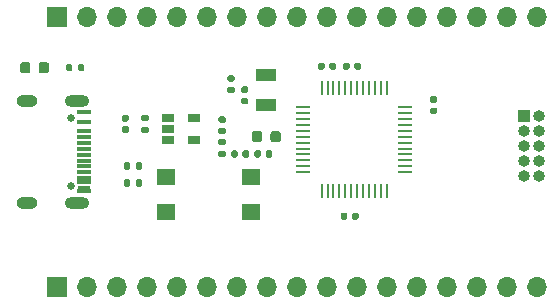
<source format=gts>
%TF.GenerationSoftware,KiCad,Pcbnew,5.1.9+dfsg1-1*%
%TF.CreationDate,2022-01-14T18:57:29-05:00*%
%TF.ProjectId,samd21g17d,73616d64-3231-4673-9137-642e6b696361,rev?*%
%TF.SameCoordinates,Original*%
%TF.FileFunction,Soldermask,Top*%
%TF.FilePolarity,Negative*%
%FSLAX46Y46*%
G04 Gerber Fmt 4.6, Leading zero omitted, Abs format (unit mm)*
G04 Created by KiCad (PCBNEW 5.1.9+dfsg1-1) date 2022-01-14 18:57:29*
%MOMM*%
%LPD*%
G01*
G04 APERTURE LIST*
%ADD10R,1.800000X1.000000*%
%ADD11R,1.060000X0.650000*%
%ADD12R,0.250000X1.300000*%
%ADD13R,1.300000X0.250000*%
%ADD14R,1.600000X1.400000*%
%ADD15O,1.000000X1.000000*%
%ADD16R,1.000000X1.000000*%
%ADD17O,1.700000X1.700000*%
%ADD18R,1.700000X1.700000*%
%ADD19R,1.150000X0.300000*%
%ADD20O,0.650000X0.650000*%
%ADD21O,1.800000X1.000000*%
%ADD22O,2.100000X1.000000*%
%ADD23R,1.086500X0.300000*%
G04 APERTURE END LIST*
D10*
%TO.C,Y1*%
X101536500Y-81133000D03*
X101536500Y-78633000D03*
%TD*%
D11*
%TO.C,U2*%
X95397500Y-82235000D03*
X95397500Y-84135000D03*
X93197500Y-84135000D03*
X93197500Y-83185000D03*
X93197500Y-82235000D03*
%TD*%
D12*
%TO.C,U1*%
X106216000Y-79724000D03*
X106716000Y-79724000D03*
X107216000Y-79724000D03*
X107716000Y-79724000D03*
X108216000Y-79724000D03*
X108716000Y-79724000D03*
X109216000Y-79724000D03*
X109716000Y-79724000D03*
X110216000Y-79724000D03*
X110716000Y-79724000D03*
X111216000Y-79724000D03*
X111716000Y-79724000D03*
D13*
X113316000Y-81324000D03*
X113316000Y-81824000D03*
X113316000Y-82324000D03*
X113316000Y-82824000D03*
X113316000Y-83324000D03*
X113316000Y-83824000D03*
X113316000Y-84324000D03*
X113316000Y-84824000D03*
X113316000Y-85324000D03*
X113316000Y-85824000D03*
X113316000Y-86324000D03*
X113316000Y-86824000D03*
D12*
X111716000Y-88424000D03*
X111216000Y-88424000D03*
X110716000Y-88424000D03*
X110216000Y-88424000D03*
X109716000Y-88424000D03*
X109216000Y-88424000D03*
X108716000Y-88424000D03*
X108216000Y-88424000D03*
X107716000Y-88424000D03*
X107216000Y-88424000D03*
X106716000Y-88424000D03*
X106216000Y-88424000D03*
D13*
X104616000Y-86824000D03*
X104616000Y-86324000D03*
X104616000Y-85824000D03*
X104616000Y-85324000D03*
X104616000Y-84824000D03*
X104616000Y-84324000D03*
X104616000Y-83824000D03*
X104616000Y-83324000D03*
X104616000Y-82824000D03*
X104616000Y-82324000D03*
X104616000Y-81824000D03*
X104616000Y-81324000D03*
%TD*%
D14*
%TO.C,RESET*%
X100207000Y-90195500D03*
X93007000Y-90195500D03*
X100207000Y-87195500D03*
X93007000Y-87195500D03*
%TD*%
%TO.C,R5*%
G36*
G01*
X97605000Y-85012500D02*
X97975000Y-85012500D01*
G75*
G02*
X98110000Y-85147500I0J-135000D01*
G01*
X98110000Y-85417500D01*
G75*
G02*
X97975000Y-85552500I-135000J0D01*
G01*
X97605000Y-85552500D01*
G75*
G02*
X97470000Y-85417500I0J135000D01*
G01*
X97470000Y-85147500D01*
G75*
G02*
X97605000Y-85012500I135000J0D01*
G01*
G37*
G36*
G01*
X97605000Y-83992500D02*
X97975000Y-83992500D01*
G75*
G02*
X98110000Y-84127500I0J-135000D01*
G01*
X98110000Y-84397500D01*
G75*
G02*
X97975000Y-84532500I-135000J0D01*
G01*
X97605000Y-84532500D01*
G75*
G02*
X97470000Y-84397500I0J135000D01*
G01*
X97470000Y-84127500D01*
G75*
G02*
X97605000Y-83992500I135000J0D01*
G01*
G37*
%TD*%
%TO.C,R4*%
G36*
G01*
X91434500Y-82500500D02*
X91064500Y-82500500D01*
G75*
G02*
X90929500Y-82365500I0J135000D01*
G01*
X90929500Y-82095500D01*
G75*
G02*
X91064500Y-81960500I135000J0D01*
G01*
X91434500Y-81960500D01*
G75*
G02*
X91569500Y-82095500I0J-135000D01*
G01*
X91569500Y-82365500D01*
G75*
G02*
X91434500Y-82500500I-135000J0D01*
G01*
G37*
G36*
G01*
X91434500Y-83520500D02*
X91064500Y-83520500D01*
G75*
G02*
X90929500Y-83385500I0J135000D01*
G01*
X90929500Y-83115500D01*
G75*
G02*
X91064500Y-82980500I135000J0D01*
G01*
X91434500Y-82980500D01*
G75*
G02*
X91569500Y-83115500I0J-135000D01*
G01*
X91569500Y-83385500D01*
G75*
G02*
X91434500Y-83520500I-135000J0D01*
G01*
G37*
%TD*%
%TO.C,R3*%
G36*
G01*
X85104000Y-77793000D02*
X85104000Y-78163000D01*
G75*
G02*
X84969000Y-78298000I-135000J0D01*
G01*
X84699000Y-78298000D01*
G75*
G02*
X84564000Y-78163000I0J135000D01*
G01*
X84564000Y-77793000D01*
G75*
G02*
X84699000Y-77658000I135000J0D01*
G01*
X84969000Y-77658000D01*
G75*
G02*
X85104000Y-77793000I0J-135000D01*
G01*
G37*
G36*
G01*
X86124000Y-77793000D02*
X86124000Y-78163000D01*
G75*
G02*
X85989000Y-78298000I-135000J0D01*
G01*
X85719000Y-78298000D01*
G75*
G02*
X85584000Y-78163000I0J135000D01*
G01*
X85584000Y-77793000D01*
G75*
G02*
X85719000Y-77658000I135000J0D01*
G01*
X85989000Y-77658000D01*
G75*
G02*
X86124000Y-77793000I0J-135000D01*
G01*
G37*
%TD*%
%TO.C,R2*%
G36*
G01*
X90475500Y-86481500D02*
X90475500Y-86111500D01*
G75*
G02*
X90610500Y-85976500I135000J0D01*
G01*
X90880500Y-85976500D01*
G75*
G02*
X91015500Y-86111500I0J-135000D01*
G01*
X91015500Y-86481500D01*
G75*
G02*
X90880500Y-86616500I-135000J0D01*
G01*
X90610500Y-86616500D01*
G75*
G02*
X90475500Y-86481500I0J135000D01*
G01*
G37*
G36*
G01*
X89455500Y-86481500D02*
X89455500Y-86111500D01*
G75*
G02*
X89590500Y-85976500I135000J0D01*
G01*
X89860500Y-85976500D01*
G75*
G02*
X89995500Y-86111500I0J-135000D01*
G01*
X89995500Y-86481500D01*
G75*
G02*
X89860500Y-86616500I-135000J0D01*
G01*
X89590500Y-86616500D01*
G75*
G02*
X89455500Y-86481500I0J135000D01*
G01*
G37*
%TD*%
%TO.C,R1*%
G36*
G01*
X90473500Y-87942000D02*
X90473500Y-87572000D01*
G75*
G02*
X90608500Y-87437000I135000J0D01*
G01*
X90878500Y-87437000D01*
G75*
G02*
X91013500Y-87572000I0J-135000D01*
G01*
X91013500Y-87942000D01*
G75*
G02*
X90878500Y-88077000I-135000J0D01*
G01*
X90608500Y-88077000D01*
G75*
G02*
X90473500Y-87942000I0J135000D01*
G01*
G37*
G36*
G01*
X89453500Y-87942000D02*
X89453500Y-87572000D01*
G75*
G02*
X89588500Y-87437000I135000J0D01*
G01*
X89858500Y-87437000D01*
G75*
G02*
X89993500Y-87572000I0J-135000D01*
G01*
X89993500Y-87942000D01*
G75*
G02*
X89858500Y-88077000I-135000J0D01*
G01*
X89588500Y-88077000D01*
G75*
G02*
X89453500Y-87942000I0J135000D01*
G01*
G37*
%TD*%
%TO.C,L1*%
G36*
G01*
X101886500Y-84076250D02*
X101886500Y-83563750D01*
G75*
G02*
X102105250Y-83345000I218750J0D01*
G01*
X102542750Y-83345000D01*
G75*
G02*
X102761500Y-83563750I0J-218750D01*
G01*
X102761500Y-84076250D01*
G75*
G02*
X102542750Y-84295000I-218750J0D01*
G01*
X102105250Y-84295000D01*
G75*
G02*
X101886500Y-84076250I0J218750D01*
G01*
G37*
G36*
G01*
X100311500Y-84076250D02*
X100311500Y-83563750D01*
G75*
G02*
X100530250Y-83345000I218750J0D01*
G01*
X100967750Y-83345000D01*
G75*
G02*
X101186500Y-83563750I0J-218750D01*
G01*
X101186500Y-84076250D01*
G75*
G02*
X100967750Y-84295000I-218750J0D01*
G01*
X100530250Y-84295000D01*
G75*
G02*
X100311500Y-84076250I0J218750D01*
G01*
G37*
%TD*%
D15*
%TO.C,DEBUG*%
X124587000Y-87185500D03*
X123317000Y-87185500D03*
X124587000Y-85915500D03*
X123317000Y-85915500D03*
X124587000Y-84645500D03*
X123317000Y-84645500D03*
X124587000Y-83375500D03*
X123317000Y-83375500D03*
X124587000Y-82105500D03*
D16*
X123317000Y-82105500D03*
%TD*%
D17*
%TO.C,J3*%
X124460000Y-73660000D03*
X121920000Y-73660000D03*
X119380000Y-73660000D03*
X116840000Y-73660000D03*
X114300000Y-73660000D03*
X111760000Y-73660000D03*
X109220000Y-73660000D03*
X106680000Y-73660000D03*
X104140000Y-73660000D03*
X101600000Y-73660000D03*
X99060000Y-73660000D03*
X96520000Y-73660000D03*
X93980000Y-73660000D03*
X91440000Y-73660000D03*
X88900000Y-73660000D03*
X86360000Y-73660000D03*
D18*
X83820000Y-73660000D03*
%TD*%
D17*
%TO.C,J2*%
X124460000Y-96520000D03*
X121920000Y-96520000D03*
X119380000Y-96520000D03*
X116840000Y-96520000D03*
X114300000Y-96520000D03*
X111760000Y-96520000D03*
X109220000Y-96520000D03*
X106680000Y-96520000D03*
X104140000Y-96520000D03*
X101600000Y-96520000D03*
X99060000Y-96520000D03*
X96520000Y-96520000D03*
X93980000Y-96520000D03*
X91440000Y-96520000D03*
X88900000Y-96520000D03*
X86360000Y-96520000D03*
D18*
X83820000Y-96520000D03*
%TD*%
D19*
%TO.C,J1*%
X86058000Y-88440000D03*
X86058000Y-87640000D03*
D20*
X84983000Y-87980000D03*
X84983000Y-82200000D03*
D21*
X81303000Y-89410000D03*
X81303000Y-80770000D03*
D22*
X85483000Y-80770000D03*
X85483000Y-89410000D03*
D19*
X86058000Y-86840000D03*
X86058000Y-86340000D03*
X86058000Y-85840000D03*
X86058000Y-85340000D03*
X86058000Y-84840000D03*
X86058000Y-84340000D03*
X86058000Y-83840000D03*
X86058000Y-83340000D03*
D23*
X86089750Y-88140000D03*
D19*
X86058000Y-87340000D03*
X86058000Y-82540000D03*
X86058000Y-81740000D03*
%TD*%
%TO.C,D1*%
G36*
G01*
X82265000Y-78234250D02*
X82265000Y-77721750D01*
G75*
G02*
X82483750Y-77503000I218750J0D01*
G01*
X82921250Y-77503000D01*
G75*
G02*
X83140000Y-77721750I0J-218750D01*
G01*
X83140000Y-78234250D01*
G75*
G02*
X82921250Y-78453000I-218750J0D01*
G01*
X82483750Y-78453000D01*
G75*
G02*
X82265000Y-78234250I0J218750D01*
G01*
G37*
G36*
G01*
X80690000Y-78234250D02*
X80690000Y-77721750D01*
G75*
G02*
X80908750Y-77503000I218750J0D01*
G01*
X81346250Y-77503000D01*
G75*
G02*
X81565000Y-77721750I0J-218750D01*
G01*
X81565000Y-78234250D01*
G75*
G02*
X81346250Y-78453000I-218750J0D01*
G01*
X80908750Y-78453000D01*
G75*
G02*
X80690000Y-78234250I0J218750D01*
G01*
G37*
%TD*%
%TO.C,C10*%
G36*
G01*
X101082500Y-85110500D02*
X101082500Y-85450500D01*
G75*
G02*
X100942500Y-85590500I-140000J0D01*
G01*
X100662500Y-85590500D01*
G75*
G02*
X100522500Y-85450500I0J140000D01*
G01*
X100522500Y-85110500D01*
G75*
G02*
X100662500Y-84970500I140000J0D01*
G01*
X100942500Y-84970500D01*
G75*
G02*
X101082500Y-85110500I0J-140000D01*
G01*
G37*
G36*
G01*
X102042500Y-85110500D02*
X102042500Y-85450500D01*
G75*
G02*
X101902500Y-85590500I-140000J0D01*
G01*
X101622500Y-85590500D01*
G75*
G02*
X101482500Y-85450500I0J140000D01*
G01*
X101482500Y-85110500D01*
G75*
G02*
X101622500Y-84970500I140000J0D01*
G01*
X101902500Y-84970500D01*
G75*
G02*
X102042500Y-85110500I0J-140000D01*
G01*
G37*
%TD*%
%TO.C,C9*%
G36*
G01*
X108785000Y-90721000D02*
X108785000Y-90381000D01*
G75*
G02*
X108925000Y-90241000I140000J0D01*
G01*
X109205000Y-90241000D01*
G75*
G02*
X109345000Y-90381000I0J-140000D01*
G01*
X109345000Y-90721000D01*
G75*
G02*
X109205000Y-90861000I-140000J0D01*
G01*
X108925000Y-90861000D01*
G75*
G02*
X108785000Y-90721000I0J140000D01*
G01*
G37*
G36*
G01*
X107825000Y-90721000D02*
X107825000Y-90381000D01*
G75*
G02*
X107965000Y-90241000I140000J0D01*
G01*
X108245000Y-90241000D01*
G75*
G02*
X108385000Y-90381000I0J-140000D01*
G01*
X108385000Y-90721000D01*
G75*
G02*
X108245000Y-90861000I-140000J0D01*
G01*
X107965000Y-90861000D01*
G75*
G02*
X107825000Y-90721000I0J140000D01*
G01*
G37*
%TD*%
%TO.C,C8*%
G36*
G01*
X115527000Y-81353000D02*
X115867000Y-81353000D01*
G75*
G02*
X116007000Y-81493000I0J-140000D01*
G01*
X116007000Y-81773000D01*
G75*
G02*
X115867000Y-81913000I-140000J0D01*
G01*
X115527000Y-81913000D01*
G75*
G02*
X115387000Y-81773000I0J140000D01*
G01*
X115387000Y-81493000D01*
G75*
G02*
X115527000Y-81353000I140000J0D01*
G01*
G37*
G36*
G01*
X115527000Y-80393000D02*
X115867000Y-80393000D01*
G75*
G02*
X116007000Y-80533000I0J-140000D01*
G01*
X116007000Y-80813000D01*
G75*
G02*
X115867000Y-80953000I-140000J0D01*
G01*
X115527000Y-80953000D01*
G75*
G02*
X115387000Y-80813000I0J140000D01*
G01*
X115387000Y-80533000D01*
G75*
G02*
X115527000Y-80393000I140000J0D01*
G01*
G37*
%TD*%
%TO.C,C7*%
G36*
G01*
X108975500Y-78021000D02*
X108975500Y-77681000D01*
G75*
G02*
X109115500Y-77541000I140000J0D01*
G01*
X109395500Y-77541000D01*
G75*
G02*
X109535500Y-77681000I0J-140000D01*
G01*
X109535500Y-78021000D01*
G75*
G02*
X109395500Y-78161000I-140000J0D01*
G01*
X109115500Y-78161000D01*
G75*
G02*
X108975500Y-78021000I0J140000D01*
G01*
G37*
G36*
G01*
X108015500Y-78021000D02*
X108015500Y-77681000D01*
G75*
G02*
X108155500Y-77541000I140000J0D01*
G01*
X108435500Y-77541000D01*
G75*
G02*
X108575500Y-77681000I0J-140000D01*
G01*
X108575500Y-78021000D01*
G75*
G02*
X108435500Y-78161000I-140000J0D01*
G01*
X108155500Y-78161000D01*
G75*
G02*
X108015500Y-78021000I0J140000D01*
G01*
G37*
%TD*%
%TO.C,C6*%
G36*
G01*
X106480000Y-77681000D02*
X106480000Y-78021000D01*
G75*
G02*
X106340000Y-78161000I-140000J0D01*
G01*
X106060000Y-78161000D01*
G75*
G02*
X105920000Y-78021000I0J140000D01*
G01*
X105920000Y-77681000D01*
G75*
G02*
X106060000Y-77541000I140000J0D01*
G01*
X106340000Y-77541000D01*
G75*
G02*
X106480000Y-77681000I0J-140000D01*
G01*
G37*
G36*
G01*
X107440000Y-77681000D02*
X107440000Y-78021000D01*
G75*
G02*
X107300000Y-78161000I-140000J0D01*
G01*
X107020000Y-78161000D01*
G75*
G02*
X106880000Y-78021000I0J140000D01*
G01*
X106880000Y-77681000D01*
G75*
G02*
X107020000Y-77541000I140000J0D01*
G01*
X107300000Y-77541000D01*
G75*
G02*
X107440000Y-77681000I0J-140000D01*
G01*
G37*
%TD*%
%TO.C,C5*%
G36*
G01*
X99514000Y-85450500D02*
X99514000Y-85110500D01*
G75*
G02*
X99654000Y-84970500I140000J0D01*
G01*
X99934000Y-84970500D01*
G75*
G02*
X100074000Y-85110500I0J-140000D01*
G01*
X100074000Y-85450500D01*
G75*
G02*
X99934000Y-85590500I-140000J0D01*
G01*
X99654000Y-85590500D01*
G75*
G02*
X99514000Y-85450500I0J140000D01*
G01*
G37*
G36*
G01*
X98554000Y-85450500D02*
X98554000Y-85110500D01*
G75*
G02*
X98694000Y-84970500I140000J0D01*
G01*
X98974000Y-84970500D01*
G75*
G02*
X99114000Y-85110500I0J-140000D01*
G01*
X99114000Y-85450500D01*
G75*
G02*
X98974000Y-85590500I-140000J0D01*
G01*
X98694000Y-85590500D01*
G75*
G02*
X98554000Y-85450500I0J140000D01*
G01*
G37*
%TD*%
%TO.C,C4*%
G36*
G01*
X97620000Y-83067500D02*
X97960000Y-83067500D01*
G75*
G02*
X98100000Y-83207500I0J-140000D01*
G01*
X98100000Y-83487500D01*
G75*
G02*
X97960000Y-83627500I-140000J0D01*
G01*
X97620000Y-83627500D01*
G75*
G02*
X97480000Y-83487500I0J140000D01*
G01*
X97480000Y-83207500D01*
G75*
G02*
X97620000Y-83067500I140000J0D01*
G01*
G37*
G36*
G01*
X97620000Y-82107500D02*
X97960000Y-82107500D01*
G75*
G02*
X98100000Y-82247500I0J-140000D01*
G01*
X98100000Y-82527500D01*
G75*
G02*
X97960000Y-82667500I-140000J0D01*
G01*
X97620000Y-82667500D01*
G75*
G02*
X97480000Y-82527500I0J140000D01*
G01*
X97480000Y-82247500D01*
G75*
G02*
X97620000Y-82107500I140000J0D01*
G01*
G37*
%TD*%
%TO.C,C3*%
G36*
G01*
X89428500Y-82940500D02*
X89768500Y-82940500D01*
G75*
G02*
X89908500Y-83080500I0J-140000D01*
G01*
X89908500Y-83360500D01*
G75*
G02*
X89768500Y-83500500I-140000J0D01*
G01*
X89428500Y-83500500D01*
G75*
G02*
X89288500Y-83360500I0J140000D01*
G01*
X89288500Y-83080500D01*
G75*
G02*
X89428500Y-82940500I140000J0D01*
G01*
G37*
G36*
G01*
X89428500Y-81980500D02*
X89768500Y-81980500D01*
G75*
G02*
X89908500Y-82120500I0J-140000D01*
G01*
X89908500Y-82400500D01*
G75*
G02*
X89768500Y-82540500I-140000J0D01*
G01*
X89428500Y-82540500D01*
G75*
G02*
X89288500Y-82400500I0J140000D01*
G01*
X89288500Y-82120500D01*
G75*
G02*
X89428500Y-81980500I140000J0D01*
G01*
G37*
%TD*%
%TO.C,C2*%
G36*
G01*
X99525000Y-80527500D02*
X99865000Y-80527500D01*
G75*
G02*
X100005000Y-80667500I0J-140000D01*
G01*
X100005000Y-80947500D01*
G75*
G02*
X99865000Y-81087500I-140000J0D01*
G01*
X99525000Y-81087500D01*
G75*
G02*
X99385000Y-80947500I0J140000D01*
G01*
X99385000Y-80667500D01*
G75*
G02*
X99525000Y-80527500I140000J0D01*
G01*
G37*
G36*
G01*
X99525000Y-79567500D02*
X99865000Y-79567500D01*
G75*
G02*
X100005000Y-79707500I0J-140000D01*
G01*
X100005000Y-79987500D01*
G75*
G02*
X99865000Y-80127500I-140000J0D01*
G01*
X99525000Y-80127500D01*
G75*
G02*
X99385000Y-79987500I0J140000D01*
G01*
X99385000Y-79707500D01*
G75*
G02*
X99525000Y-79567500I140000J0D01*
G01*
G37*
%TD*%
%TO.C,C1*%
G36*
G01*
X98382000Y-79575000D02*
X98722000Y-79575000D01*
G75*
G02*
X98862000Y-79715000I0J-140000D01*
G01*
X98862000Y-79995000D01*
G75*
G02*
X98722000Y-80135000I-140000J0D01*
G01*
X98382000Y-80135000D01*
G75*
G02*
X98242000Y-79995000I0J140000D01*
G01*
X98242000Y-79715000D01*
G75*
G02*
X98382000Y-79575000I140000J0D01*
G01*
G37*
G36*
G01*
X98382000Y-78615000D02*
X98722000Y-78615000D01*
G75*
G02*
X98862000Y-78755000I0J-140000D01*
G01*
X98862000Y-79035000D01*
G75*
G02*
X98722000Y-79175000I-140000J0D01*
G01*
X98382000Y-79175000D01*
G75*
G02*
X98242000Y-79035000I0J140000D01*
G01*
X98242000Y-78755000D01*
G75*
G02*
X98382000Y-78615000I140000J0D01*
G01*
G37*
%TD*%
M02*

</source>
